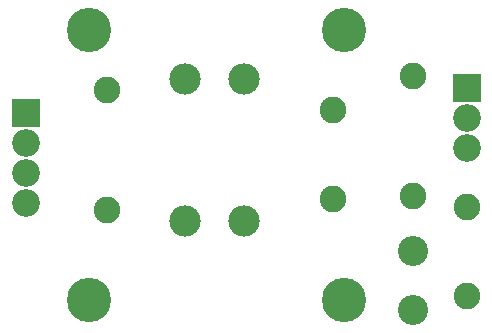
<source format=gbr>
G04 EasyPC Gerber Version 20.0.2 Build 4112 *
%FSLAX35Y35*%
%MOIN*%
%ADD119R,0.09268X0.09268*%
%ADD117C,0.08874*%
%ADD120C,0.09268*%
%ADD121C,0.10055*%
%ADD118C,0.10449*%
%ADD116C,0.14780*%
X0Y0D02*
D02*
D116*
X36845Y19796D03*
Y109796D03*
X121845Y19796D03*
Y109796D03*
D02*
D117*
X42750Y49565D03*
Y89565D03*
X118250Y53481D03*
Y83009D03*
X144750Y54245D03*
Y94245D03*
X162750Y21056D03*
Y50584D03*
D02*
D118*
X68814Y46017D03*
Y93261D03*
X88499Y46017D03*
Y93261D03*
D02*
D119*
X15750Y82043D03*
X162750Y90500D03*
D02*
D120*
X15750Y52043D03*
Y62043D03*
Y72043D03*
X162750Y70500D03*
Y80500D03*
D02*
D121*
X144750Y16402D03*
Y36087D03*
X0Y0D02*
M02*

</source>
